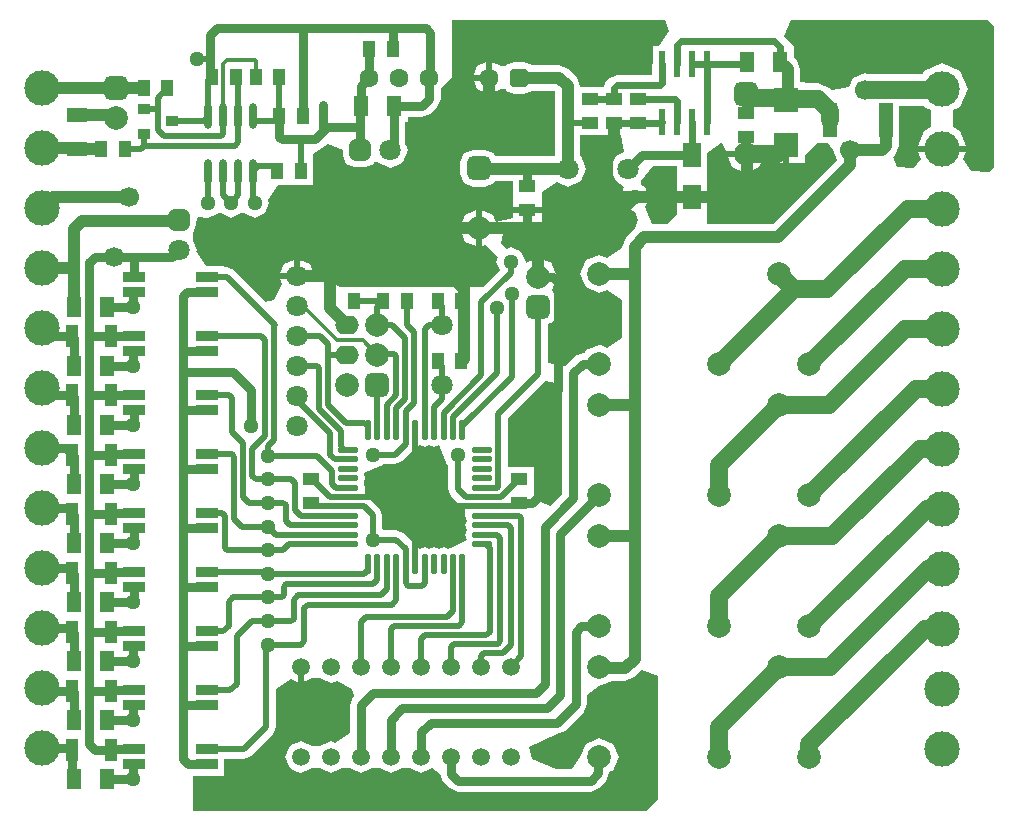
<source format=gbl>
%FSLAX24Y24*%
%MOIN*%
G70*
G01*
G75*
G04 Layer_Physical_Order=2*
G04 Layer_Color=65280*
%ADD10R,0.0413X0.0571*%
%ADD11O,0.0906X0.0236*%
%ADD12R,0.0571X0.0413*%
%ADD13R,0.0827X0.0846*%
%ADD14R,0.0433X0.0532*%
%ADD15C,0.0197*%
%ADD16C,0.0394*%
%ADD17C,0.0295*%
%ADD18C,0.0591*%
%ADD19C,0.0709*%
%ADD20C,0.1181*%
%ADD21C,0.0669*%
G04:AMPARAMS|DCode=22|XSize=78.7mil|YSize=78.7mil|CornerRadius=19.7mil|HoleSize=0mil|Usage=FLASHONLY|Rotation=270.000|XOffset=0mil|YOffset=0mil|HoleType=Round|Shape=RoundedRectangle|*
%AMROUNDEDRECTD22*
21,1,0.0787,0.0394,0,0,270.0*
21,1,0.0394,0.0787,0,0,270.0*
1,1,0.0394,-0.0197,-0.0197*
1,1,0.0394,-0.0197,0.0197*
1,1,0.0394,0.0197,0.0197*
1,1,0.0394,0.0197,-0.0197*
%
%ADD22ROUNDEDRECTD22*%
%ADD23C,0.0787*%
G04:AMPARAMS|DCode=24|XSize=70.9mil|YSize=70.9mil|CornerRadius=17.7mil|HoleSize=0mil|Usage=FLASHONLY|Rotation=0.000|XOffset=0mil|YOffset=0mil|HoleType=Round|Shape=RoundedRectangle|*
%AMROUNDEDRECTD24*
21,1,0.0709,0.0354,0,0,0.0*
21,1,0.0354,0.0709,0,0,0.0*
1,1,0.0354,0.0177,-0.0177*
1,1,0.0354,-0.0177,-0.0177*
1,1,0.0354,-0.0177,0.0177*
1,1,0.0354,0.0177,0.0177*
%
%ADD24ROUNDEDRECTD24*%
G04:AMPARAMS|DCode=25|XSize=70.9mil|YSize=70.9mil|CornerRadius=17.7mil|HoleSize=0mil|Usage=FLASHONLY|Rotation=270.000|XOffset=0mil|YOffset=0mil|HoleType=Round|Shape=RoundedRectangle|*
%AMROUNDEDRECTD25*
21,1,0.0709,0.0354,0,0,270.0*
21,1,0.0354,0.0709,0,0,270.0*
1,1,0.0354,-0.0177,-0.0177*
1,1,0.0354,-0.0177,0.0177*
1,1,0.0354,0.0177,0.0177*
1,1,0.0354,0.0177,-0.0177*
%
%ADD25ROUNDEDRECTD25*%
%ADD26C,0.0591*%
%ADD27O,0.0787X0.0630*%
%ADD28C,0.0630*%
G04:AMPARAMS|DCode=29|XSize=63mil|YSize=63mil|CornerRadius=15.7mil|HoleSize=0mil|Usage=FLASHONLY|Rotation=180.000|XOffset=0mil|YOffset=0mil|HoleType=Round|Shape=RoundedRectangle|*
%AMROUNDEDRECTD29*
21,1,0.0630,0.0315,0,0,180.0*
21,1,0.0315,0.0630,0,0,180.0*
1,1,0.0315,-0.0157,0.0157*
1,1,0.0315,0.0157,0.0157*
1,1,0.0315,0.0157,-0.0157*
1,1,0.0315,-0.0157,-0.0157*
%
%ADD29ROUNDEDRECTD29*%
%ADD30C,0.0512*%
%ADD31R,0.0512X0.1122*%
%ADD32R,0.0846X0.0827*%
%ADD33R,0.0492X0.0689*%
%ADD34R,0.0236X0.0866*%
%ADD35R,0.0610X0.0787*%
%ADD36R,0.0532X0.0433*%
%ADD37O,0.0217X0.0689*%
%ADD38O,0.0689X0.0217*%
%ADD39R,0.0768X0.0354*%
%ADD40R,0.0413X0.0768*%
%ADD41O,0.0236X0.0866*%
%ADD42R,0.0433X0.0354*%
%ADD43R,0.0689X0.0492*%
%ADD44C,0.0118*%
%ADD45C,0.0236*%
%ADD46C,0.0138*%
G36*
X43661Y36378D02*
Y31654D01*
X43497Y31490D01*
X42910Y31547D01*
X42642Y31948D01*
X42741Y32185D01*
X41118D01*
X41216Y31948D01*
X41001Y31627D01*
X40414Y31685D01*
X40282Y32002D01*
X40360Y32081D01*
X40485Y32382D01*
Y32470D01*
X40512D01*
Y33711D01*
X41314D01*
X41326Y33681D01*
X41573Y33579D01*
Y32988D01*
X41326Y32886D01*
X41118Y32382D01*
X42741D01*
X42532Y32886D01*
X42285Y32988D01*
Y33579D01*
X42532Y33681D01*
X42781Y34283D01*
X42532Y34886D01*
X41929Y35136D01*
X41326Y34886D01*
X41281Y34777D01*
X39473D01*
X39370Y34819D01*
X38963Y34651D01*
X38836Y34344D01*
X38257Y34229D01*
X38172Y34314D01*
X37795Y34470D01*
X37352D01*
Y34498D01*
X37208D01*
Y34921D01*
X37083Y35223D01*
X36988Y35317D01*
Y35699D01*
X36988D01*
X36658Y36029D01*
X36884Y36575D01*
X43465D01*
X43661Y36378D01*
D02*
G37*
G36*
X25000Y22327D02*
X25157Y22392D01*
X25297Y22087D01*
X25297Y22087D01*
X25297D01*
X25441Y21740D01*
X25468Y21729D01*
Y20945D01*
X25561Y20719D01*
X25837Y20443D01*
X26023Y20366D01*
X26028Y20354D01*
X26028Y20354D01*
X26028D01*
X26031Y20346D01*
X26028Y20039D01*
X26028Y20039D01*
X26028Y20039D01*
X26093Y19882D01*
X26028Y19724D01*
X26093Y19567D01*
X26028Y19409D01*
X26093Y19252D01*
X25630Y19011D01*
X25630Y19011D01*
Y19011D01*
X25472Y18946D01*
X25315Y19011D01*
X25157Y18946D01*
X25000Y19011D01*
X24843Y18946D01*
X24685Y19011D01*
X24528Y18946D01*
X24309Y19097D01*
Y19097D01*
Y19097D01*
X24309Y19097D01*
D01*
D01*
X24309Y19097D01*
D01*
X24309D01*
X24281Y19163D01*
X23966Y19478D01*
X23740Y19572D01*
X23310D01*
X23299Y19598D01*
X23272Y19610D01*
Y20079D01*
X23206Y20239D01*
X23179Y20305D01*
X22903Y20580D01*
X22709Y20661D01*
Y20661D01*
X22712Y20669D01*
X22709Y20677D01*
X22712Y20984D01*
X22712Y20984D01*
X22712Y20984D01*
X22647Y21142D01*
X22712Y21299D01*
X22647Y21457D01*
X22953Y21597D01*
X22953Y21597D01*
Y21597D01*
X23299Y21740D01*
X23310Y21767D01*
X23701D01*
X23927Y21861D01*
X23927Y21861D01*
X23927Y21861D01*
X24281Y22215D01*
X24281Y22215D01*
Y22215D01*
X24528Y22392D01*
Y22392D01*
X24528Y22392D01*
X24685Y22327D01*
X24843Y22392D01*
X25000Y22327D01*
D02*
G37*
G36*
X29273Y24430D02*
Y20784D01*
X28863Y20374D01*
X28317Y20600D01*
Y20856D01*
Y21663D01*
X27457D01*
Y23304D01*
X28691Y24538D01*
X28694Y24545D01*
X29273Y24430D01*
D02*
G37*
G36*
X20657Y14508D02*
X20936Y14623D01*
D01*
X21182D01*
D01*
X21559Y14467D01*
D01*
D01*
D01*
D01*
X21756Y14549D01*
X22277Y14271D01*
X22325Y14033D01*
X22295Y14004D01*
X22186Y13740D01*
X22186Y13740D01*
Y12804D01*
X21695Y12476D01*
X21559Y12533D01*
D01*
D01*
D01*
D01*
X21182Y12377D01*
D01*
X20936D01*
D01*
X20559Y12533D01*
X20440Y12483D01*
X20440D01*
Y12483D01*
X20302Y12426D01*
D01*
X20182Y12377D01*
X20026Y12000D01*
D01*
D01*
D01*
D01*
X20182Y11623D01*
X20302Y11574D01*
D01*
X20440Y11517D01*
Y11517D01*
X20440D01*
X20559Y11467D01*
X20936Y11623D01*
D01*
X21182D01*
D01*
X21559Y11467D01*
D01*
D01*
D01*
D01*
X21936Y11623D01*
D01*
X22182D01*
D01*
X22559Y11467D01*
D01*
D01*
D01*
D01*
X22936Y11623D01*
D01*
X23182D01*
D01*
X23559Y11467D01*
D01*
D01*
D01*
D01*
X23936Y11623D01*
D01*
X24182D01*
D01*
X24559Y11467D01*
D01*
D01*
D01*
D01*
X24936Y11623D01*
X25186Y11449D01*
X25186Y11449D01*
X25295Y11185D01*
X25524Y10957D01*
X25524Y10957D01*
X25787Y10848D01*
X30236D01*
X30236Y10848D01*
X30500Y10957D01*
X30736Y11193D01*
X30845Y11457D01*
X30845Y11457D01*
X30845Y11457D01*
Y11499D01*
Y11499D01*
X30845Y11499D01*
X30898Y11521D01*
Y11521D01*
D01*
D01*
X30898Y11521D01*
D01*
X30898Y11521D01*
Y11521D01*
D01*
D01*
X30964Y11548D01*
X31151Y12000D01*
D01*
D01*
D01*
D01*
X30964Y12452D01*
D01*
D01*
D01*
X30964D01*
X30512Y12639D01*
X30446Y12612D01*
D01*
X30446D01*
X30446D01*
Y12612D01*
D01*
X30060Y12452D01*
X30060D01*
X29873Y12000D01*
X29873Y12000D01*
X29873Y12000D01*
X29601Y11593D01*
X29073D01*
X28280Y11922D01*
X28154Y12336D01*
X29094Y12777D01*
X29094Y12777D01*
X29358Y12886D01*
X29988Y13516D01*
X29988Y13516D01*
X30020Y13593D01*
X30097Y13780D01*
X30097Y13780D01*
Y14084D01*
X30512Y14361D01*
X30512Y14361D01*
Y14361D01*
X30931Y14534D01*
X31378D01*
X31679Y14659D01*
X31935Y14915D01*
X32480Y14689D01*
Y10591D01*
X32087Y10197D01*
X16968D01*
Y11384D01*
X18012D01*
Y11884D01*
Y11938D01*
X18675D01*
X18901Y12032D01*
X19635Y12766D01*
X19663Y12832D01*
X19729Y12992D01*
Y14280D01*
X20220Y14608D01*
X20440Y14517D01*
Y14517D01*
X20440D01*
X20461Y14508D01*
Y15000D01*
X20657D01*
Y14508D01*
D02*
G37*
G36*
X32835Y36210D02*
X32507Y35719D01*
X32281D01*
Y35151D01*
X32256Y35089D01*
Y34750D01*
X31102D01*
X30861Y34651D01*
X30743Y34532D01*
X30676Y34370D01*
X30668Y34350D01*
X29875D01*
Y34370D01*
X29750Y34671D01*
X29475Y34947D01*
X29173Y35072D01*
X28264D01*
X28263Y35074D01*
X27992Y35187D01*
X27677D01*
X27406Y35074D01*
X27391Y35037D01*
X27226Y35037D01*
D01*
X26933Y35159D01*
Y34646D01*
Y34132D01*
X27226Y34254D01*
D01*
X27391Y34254D01*
X27406Y34217D01*
X27677Y34105D01*
X27992D01*
X28263Y34217D01*
X28264Y34220D01*
X28997D01*
X29023Y34194D01*
Y33150D01*
Y32040D01*
X27031D01*
X26994Y32128D01*
X26693Y32253D01*
X26299D01*
X25998Y32128D01*
X25873Y31827D01*
Y31433D01*
X25998Y31132D01*
X26299Y31007D01*
X26693D01*
X26994Y31132D01*
X27018Y31188D01*
X27628D01*
Y30620D01*
Y30335D01*
X28593D01*
Y30620D01*
Y30851D01*
X29084Y31179D01*
X29472Y31018D01*
X29894Y31192D01*
X30069Y31614D01*
X30069D01*
D01*
D01*
Y31614D01*
X30069D01*
D01*
D01*
D01*
Y31614D01*
D01*
X30029Y31710D01*
X29894Y32036D01*
X29876Y32043D01*
Y32043D01*
X29875Y32044D01*
X29875Y32044D01*
Y32736D01*
X30886D01*
Y33150D01*
X31083D01*
Y32736D01*
X31227D01*
X31343Y32157D01*
X31138Y32072D01*
Y32072D01*
X31051Y32036D01*
X30876Y31614D01*
X30912Y31527D01*
D01*
X31051Y31192D01*
X31051Y31192D01*
X31051Y31192D01*
Y31192D01*
X31346Y31016D01*
X31261Y30810D01*
Y30810D01*
X31261Y30810D01*
X31244Y30768D01*
X32142D01*
X32039Y31016D01*
X31899Y31074D01*
D01*
X31894Y31076D01*
X31894Y31192D01*
Y31192D01*
X32288Y31705D01*
X33081D01*
Y31686D01*
X33081Y31686D01*
X33081Y31686D01*
X33081Y31487D01*
Y31487D01*
Y31487D01*
Y31378D01*
Y31268D01*
X33081Y31070D01*
X33081Y31070D01*
X33081Y31070D01*
Y30776D01*
X34085D01*
Y31070D01*
X34085Y31070D01*
X34085Y31070D01*
X34085Y31268D01*
Y31378D01*
Y31487D01*
X34085Y31686D01*
X34085Y31686D01*
X34085Y31686D01*
Y32153D01*
X34576Y32481D01*
X34606Y32469D01*
X34714Y32209D01*
X35394D01*
Y32110D01*
X35492D01*
Y31512D01*
X35846Y31658D01*
X35905Y31801D01*
X36112D01*
X36112D01*
X36634Y31801D01*
Y32411D01*
X36831D01*
Y31801D01*
X37352D01*
Y32067D01*
X37756Y32470D01*
X37770Y32470D01*
X37770Y32470D01*
X37770Y32470D01*
X38144D01*
X38295Y32244D01*
X38295Y32244D01*
X38295D01*
X38437Y31902D01*
X36292Y29757D01*
X34085D01*
Y29757D01*
Y30087D01*
X34085Y30174D01*
X34085Y30174D01*
X34085Y30174D01*
Y30580D01*
X33081D01*
Y30174D01*
X33081Y30174D01*
X33081Y30174D01*
X33081Y30087D01*
X32750Y29757D01*
X32274D01*
X32039Y30323D01*
X32125Y30529D01*
D01*
X32142Y30571D01*
X31244D01*
X31346Y30323D01*
X31487Y30264D01*
X31487Y30264D01*
X31487D01*
Y30264D01*
X31487Y30264D01*
X31487Y30264D01*
X31487Y30264D01*
X31693Y30179D01*
X31693Y30179D01*
Y30179D01*
X31813Y29889D01*
X31707Y29632D01*
D01*
X31392Y29317D01*
X31267Y29016D01*
Y28968D01*
X30776Y28640D01*
X30512Y28749D01*
Y28749D01*
X30060Y28562D01*
X29873Y28110D01*
X30032Y27724D01*
D01*
X30060Y27658D01*
X30512Y27471D01*
X30578Y27498D01*
X30578D01*
X30776Y27580D01*
X31267Y27252D01*
Y25968D01*
X30776Y25640D01*
X30578Y25722D01*
X30578Y25722D01*
X30512Y25749D01*
D01*
X30512D01*
D01*
X30512Y25749D01*
X30060Y25562D01*
X30032Y25496D01*
X30032D01*
Y25496D01*
D01*
D01*
X30032D01*
X30032Y25496D01*
X30032D01*
X30027Y25483D01*
X29953Y25483D01*
X29953Y25483D01*
X29953Y25483D01*
X29766Y25406D01*
X29689Y25374D01*
X29689Y25374D01*
X29382Y25067D01*
X29363Y25022D01*
X28784Y25137D01*
Y26436D01*
X28963Y26510D01*
X29088Y26811D01*
Y27205D01*
X28963Y27506D01*
X28963Y27506D01*
X28917Y27556D01*
X28917Y27556D01*
Y27540D01*
Y27556D01*
D01*
X29063Y27909D01*
X28465D01*
Y28008D01*
X28366D01*
Y28606D01*
X28070Y28483D01*
X28049Y28504D01*
X28049D01*
X28049Y28504D01*
X27906Y28850D01*
X27906Y28850D01*
X27784Y28901D01*
D01*
X27758Y28911D01*
X27559Y28994D01*
X27462Y28954D01*
X27442Y28946D01*
X27245Y29144D01*
X27360Y29723D01*
X27628Y29833D01*
X27628Y29833D01*
X27628Y29833D01*
X28012D01*
Y30138D01*
X27628D01*
Y29954D01*
X27049Y29839D01*
X26948Y30082D01*
X26948D01*
X26594Y30228D01*
Y29630D01*
Y29031D01*
X26718Y29083D01*
X27136Y28665D01*
X27069Y28504D01*
X27184Y28226D01*
X26644Y27687D01*
X26309Y27687D01*
Y27687D01*
X26004D01*
Y27205D01*
X25807D01*
Y27687D01*
X24715D01*
Y27667D01*
X24508D01*
Y27667D01*
X22894D01*
Y27667D01*
X22746D01*
X22726Y27687D01*
Y27687D01*
X21861D01*
X21030Y28031D01*
X20993Y28119D01*
X20993Y28119D01*
X20993D01*
X20855Y28453D01*
X20531Y28587D01*
Y28031D01*
X20433D01*
Y27933D01*
X19877D01*
X19946Y27766D01*
X19668Y27245D01*
X19369Y27186D01*
X18322Y28232D01*
X18096Y28326D01*
X18012D01*
Y28380D01*
X17405D01*
X17077Y28871D01*
X17093Y28909D01*
X16968Y29209D01*
Y29468D01*
X17078Y29732D01*
X17078D01*
X17078Y29732D01*
X17112Y29975D01*
X17164Y30005D01*
X17480Y29982D01*
X17480Y29982D01*
X17480D01*
X17480Y29982D01*
D01*
X17480Y29982D01*
X17827Y30126D01*
D01*
X17882D01*
X17882Y30126D01*
Y30126D01*
X18228Y29982D01*
X18575Y30126D01*
X18575Y30126D01*
X18669D01*
Y30126D01*
X19016Y29982D01*
X19362Y30126D01*
Y30126D01*
X19362Y30126D01*
X19506Y30472D01*
X19462Y30578D01*
X19461Y30582D01*
X19789Y31073D01*
X20965D01*
Y31998D01*
X20965D01*
Y32102D01*
X21456Y32430D01*
X21950Y32225D01*
Y32067D01*
X22068Y31781D01*
X22354Y31662D01*
X22709D01*
X22995Y31781D01*
X23012Y31822D01*
X23110D01*
D01*
X23531Y31648D01*
X23619Y31684D01*
Y31684D01*
X23619Y31684D01*
X23619Y31684D01*
Y31684D01*
X23866Y31786D01*
Y31786D01*
X23866Y31786D01*
Y31786D01*
X23953Y31822D01*
X24128Y32244D01*
X24092Y32332D01*
X24092D01*
X24092D01*
Y32332D01*
D01*
D01*
Y32332D01*
X24092D01*
X24044Y32447D01*
Y33159D01*
X24114D01*
Y33328D01*
X24606D01*
X24606Y33328D01*
X24870Y33437D01*
X25106Y33673D01*
X25215Y33937D01*
X25215Y33937D01*
Y34249D01*
X25226Y34254D01*
X25246Y34301D01*
X25591Y34646D01*
Y36575D01*
X32683D01*
X32835Y36210D01*
D02*
G37*
%LPC*%
G36*
X28563Y28606D02*
Y28106D01*
X29063D01*
X28944Y28394D01*
X28944Y28394D01*
X28917Y28460D01*
X28563Y28606D01*
D02*
G37*
G36*
X20335Y28587D02*
X20011Y28453D01*
X19877Y28130D01*
X20335D01*
Y28587D01*
D02*
G37*
G36*
X26398Y29532D02*
X25898D01*
X26044Y29178D01*
D01*
D01*
D01*
D01*
X26398Y29031D01*
Y29532D01*
D02*
G37*
G36*
X26736Y34547D02*
X26321D01*
X26443Y34254D01*
X26726Y34137D01*
Y34137D01*
X26726Y34137D01*
X26736Y34132D01*
Y34547D01*
D02*
G37*
G36*
Y35159D02*
X26726Y35155D01*
X26726Y35155D01*
Y35155D01*
X26443Y35037D01*
X26321Y34744D01*
X26736D01*
Y35159D01*
D02*
G37*
G36*
X35295Y32012D02*
X34795D01*
X34942Y31658D01*
X35295Y31512D01*
Y32012D01*
D02*
G37*
G36*
X26398Y30228D02*
X26044Y30082D01*
X26044D01*
D01*
D01*
D01*
X25898Y29728D01*
X26398D01*
Y30228D01*
D02*
G37*
G36*
X28593Y30138D02*
X28209D01*
Y29833D01*
X28593D01*
Y30138D01*
D02*
G37*
%LPD*%
D10*
X25906Y25197D02*
D03*
X25118D02*
D03*
X25906Y27205D02*
D03*
X25118D02*
D03*
X21535D02*
D03*
X22323D02*
D03*
X23622Y35591D02*
D03*
X22835D02*
D03*
X19843Y33386D02*
D03*
X20630D02*
D03*
D12*
X35394Y32677D02*
D03*
Y33465D02*
D03*
X31811Y33150D02*
D03*
Y33937D02*
D03*
X28110Y30236D02*
D03*
Y31024D02*
D03*
X27835Y20472D02*
D03*
Y21260D02*
D03*
X20906D02*
D03*
Y20472D02*
D03*
D14*
X23307Y27205D02*
D03*
X24094D02*
D03*
X20551Y31535D02*
D03*
X19764D02*
D03*
X15315Y34291D02*
D03*
X16102D02*
D03*
X13898Y32283D02*
D03*
X14685D02*
D03*
X19055Y34685D02*
D03*
X19843D02*
D03*
X18386D02*
D03*
X17598D02*
D03*
D15*
X19843Y33386D02*
Y34685D01*
X17478Y34565D02*
X17598Y34685D01*
X17478Y33386D02*
Y34565D01*
X18386Y34685D02*
X18478Y34593D01*
Y33386D02*
Y34593D01*
X26575Y27165D02*
X27559Y28150D01*
X26575Y24724D02*
Y27165D01*
X25315Y23465D02*
X26575Y24724D01*
X27559Y28150D02*
Y28504D01*
Y27441D02*
X27598Y27402D01*
Y24685D02*
Y27402D01*
X25945Y23031D02*
X27598Y24685D01*
X29449Y33150D02*
X30197D01*
X23110Y26409D02*
Y27008D01*
X23307Y27205D01*
X22323D02*
X23307D01*
X25118Y25197D02*
X25276Y25039D01*
Y24417D02*
Y25039D01*
X25118Y27205D02*
X25276Y27047D01*
Y26417D02*
Y27047D01*
X18096Y28006D02*
X19685Y26417D01*
X19667Y26399D02*
X19685Y26417D01*
X19667Y22575D02*
Y26399D01*
X19449Y22357D02*
X19667Y22575D01*
X19449Y22047D02*
Y22357D01*
X17431Y26037D02*
X19238D01*
X19370Y25906D01*
Y22698D02*
Y25906D01*
X18940Y22269D02*
X19370Y22698D01*
X17431Y24069D02*
X18175D01*
X18268Y23976D01*
Y22835D02*
Y23976D01*
Y22835D02*
X18643Y22459D01*
Y20669D02*
Y22459D01*
X18940Y21378D02*
Y22269D01*
X19449Y22047D02*
X21081D01*
X19449Y15748D02*
X20551D01*
X20669Y15866D01*
Y16968D01*
X20787Y17087D01*
X23583D01*
X23740Y17244D01*
Y18445D01*
X19449Y16535D02*
X20236D01*
X20315Y16614D01*
Y17244D01*
X20472Y17402D01*
X23228D01*
X23425Y17598D01*
Y18445D01*
X19449Y17323D02*
X19921D01*
X20000Y17402D01*
Y17677D01*
X20079Y17756D01*
X22953D01*
X23110Y17913D01*
Y18445D01*
X22795Y18228D02*
Y18445D01*
X22677Y18110D02*
X22795Y18228D01*
X19449Y18110D02*
X22677D01*
X22953Y19252D02*
X23740D01*
X24055Y18937D01*
Y18445D02*
Y18937D01*
X22953Y19252D02*
Y20079D01*
X22677Y20354D02*
X22953Y20079D01*
X22146Y20354D02*
X22677D01*
X25787Y20945D02*
Y22087D01*
Y20945D02*
X26063Y20669D01*
X26594D01*
X22953Y22087D02*
X23701D01*
X24055Y22441D01*
Y22894D01*
X24370Y20354D02*
Y20669D01*
Y18445D02*
Y20354D01*
X24370Y20354D01*
X26594D01*
X24370Y20669D02*
Y22894D01*
X22146Y20669D02*
X24370D01*
X24685Y17795D02*
Y18445D01*
X24606Y17717D02*
X24685Y17795D01*
X24134Y17717D02*
X24606D01*
X24055Y17795D02*
X24134Y17717D01*
X24055Y17795D02*
Y18445D01*
X19449Y18898D02*
X19961D01*
X20157Y19094D01*
X22146D01*
X19449Y19685D02*
X19724Y19409D01*
X22146D01*
X19449Y20472D02*
X19979D01*
X20057Y20394D01*
Y19864D02*
Y20394D01*
Y19864D02*
X20197Y19724D01*
X22146D01*
X19449Y21260D02*
X20236D01*
X20354Y21142D01*
Y20236D02*
Y21142D01*
Y20236D02*
X20551Y20039D01*
X22146D01*
X20906Y20472D02*
X21024Y20354D01*
X22146D01*
X20906Y21260D02*
X20945D01*
X21535Y20669D01*
X22146D01*
X21081Y22047D02*
X21603Y21526D01*
Y21114D02*
Y21526D01*
Y21114D02*
X21732Y20984D01*
X22146D01*
X24685Y18445D02*
X24693Y18437D01*
X27244Y20669D02*
X27835Y21260D01*
X26594Y20669D02*
X27244D01*
X27717Y20354D02*
X27835Y20472D01*
X26594Y20354D02*
X27717D01*
X28465Y24764D02*
Y27008D01*
X27137Y21035D02*
Y23437D01*
X27087Y20984D02*
X27137Y21035D01*
X26594Y20984D02*
X27087D01*
X25945Y22894D02*
Y23031D01*
X25630Y23346D02*
X27087Y24803D01*
X25630Y22894D02*
Y23346D01*
X25315Y22894D02*
Y23465D01*
X26594Y20039D02*
X26594Y20039D01*
X27835D01*
X27913Y19961D01*
Y15354D02*
Y19961D01*
X27559Y15000D02*
X27913Y15354D01*
X26594Y19724D02*
X27480D01*
X27559Y19646D01*
Y15748D02*
Y19646D01*
X27292Y15481D02*
X27559Y15748D01*
X26654Y15481D02*
X27292D01*
X26559Y15387D02*
X26654Y15481D01*
X26559Y15000D02*
Y15387D01*
X26594Y19409D02*
X27087D01*
X27205Y19291D01*
Y15866D02*
Y19291D01*
X27117Y15778D02*
X27205Y15866D01*
X25669Y15778D02*
X27117D01*
X25559Y15668D02*
X25669Y15778D01*
X25559Y15000D02*
Y15668D01*
X26594Y19094D02*
X26732D01*
X26850Y18976D01*
Y16181D02*
Y18976D01*
X26744Y16075D02*
X26850Y16181D01*
X24685Y16075D02*
X26744D01*
X24559Y15949D02*
X24685Y16075D01*
X24559Y15000D02*
Y15949D01*
X25945Y16496D02*
Y18445D01*
X25820Y16372D02*
X25945Y16496D01*
X23661Y16372D02*
X25820D01*
X23559Y16269D02*
X23661Y16372D01*
X23559Y15000D02*
Y16269D01*
X22559Y15000D02*
Y16511D01*
X22717Y16669D01*
X25445D01*
X25630Y16854D01*
Y18445D01*
X21535Y22087D02*
Y22795D01*
Y22087D02*
X21693Y21929D01*
X22146D01*
X21457Y25403D02*
Y25766D01*
Y25039D02*
Y25403D01*
X21463Y25409D01*
X22110D01*
X25000Y22894D02*
Y23661D01*
X24685Y22894D02*
Y26260D01*
X24094Y26417D02*
X24334Y26178D01*
Y23809D02*
Y26178D01*
X24055Y23530D02*
X24334Y23809D01*
X24055Y22894D02*
Y23530D01*
X23110Y26409D02*
X23575D01*
X23583Y26417D01*
X24037Y25963D01*
Y23932D02*
Y25963D01*
X23740Y23635D02*
X24037Y23932D01*
X23740Y22894D02*
Y23635D01*
X23110Y25409D02*
X23134Y25433D01*
X23661D01*
X23740Y25354D01*
Y24055D02*
Y25354D01*
X23425Y23740D02*
X23740Y24055D01*
X23425Y22894D02*
Y23740D01*
X23110Y22894D02*
Y24409D01*
X21457Y23740D02*
X22047Y23150D01*
X22677D01*
X22795Y23031D01*
Y22894D02*
Y23031D01*
X21890Y22362D02*
Y22887D01*
Y22362D02*
X22008Y22244D01*
X22146D01*
X20433Y26031D02*
X21191D01*
X21457Y25766D01*
X20433Y23898D02*
Y24032D01*
Y23898D02*
X21535Y22795D01*
X20433Y25031D02*
X21089D01*
X21160Y24961D01*
Y23617D02*
Y24961D01*
Y23617D02*
X21890Y22887D01*
X21457Y23740D02*
Y25039D01*
X25276Y23937D02*
Y24417D01*
X25000Y23661D02*
X25276Y23937D01*
X24843Y26417D02*
X25276D01*
X24685Y26260D02*
X24843Y26417D01*
X24094D02*
Y27205D01*
X19409Y15709D02*
X19449Y15748D01*
X19409Y12992D02*
Y15709D01*
X18675Y12258D02*
X19409Y12992D01*
X17431Y12258D02*
X18675D01*
X18937Y16535D02*
X19449D01*
X18425Y16024D02*
X18937Y16535D01*
X18425Y14449D02*
Y16024D01*
X18203Y14226D02*
X18425Y14449D01*
X17431Y14226D02*
X18203D01*
X18307Y17323D02*
X19449D01*
X18150Y17165D02*
X18307Y17323D01*
X18150Y16378D02*
Y17165D01*
X17967Y16195D02*
X18150Y16378D01*
X17431Y16195D02*
X17967D01*
X19396Y18163D02*
X19449Y18110D01*
X17431Y18163D02*
X19396D01*
X18110Y18898D02*
X19449D01*
X18583Y19685D02*
X19449D01*
X18840Y20472D02*
X19449D01*
X18643Y20669D02*
X18840Y20472D01*
X17431Y28006D02*
X18096D01*
X18940Y21378D02*
X19058Y21260D01*
X19449D01*
X18346Y19921D02*
X18583Y19685D01*
X18346Y19921D02*
Y22008D01*
X18254Y22100D02*
X18346Y22008D01*
X17431Y22100D02*
X18254D01*
X18032Y18976D02*
X18110Y18898D01*
X18032Y18976D02*
Y20039D01*
X17939Y20132D02*
X18032Y20039D01*
X17431Y20132D02*
X17939D01*
X15325Y32372D02*
Y32776D01*
X15236Y32283D02*
X15325Y32372D01*
X14685Y32283D02*
X15236D01*
X15787Y33976D02*
X16102Y34291D01*
X15984Y32717D02*
X17913D01*
X17978Y32781D01*
Y33386D01*
X15787Y32913D02*
X15984Y32717D01*
X18478Y32494D02*
Y33386D01*
X18356Y32372D02*
X18478Y32494D01*
X15325Y32372D02*
X18356D01*
X16250Y33189D02*
X17323D01*
X17478Y33344D01*
Y33386D01*
X17087Y35276D02*
X17520D01*
X17559Y35236D01*
X15325Y33602D02*
X15768D01*
X15787Y33583D01*
Y32913D02*
Y33583D01*
Y33976D01*
X19843Y33386D02*
X19843Y33386D01*
X18978Y33305D02*
Y33386D01*
Y33305D02*
X19094Y33189D01*
X19646D01*
X19843Y33386D01*
X17478Y30474D02*
Y31496D01*
Y30474D02*
X17480Y30472D01*
X17978Y30722D02*
Y31496D01*
Y30722D02*
X18228Y30472D01*
X18478Y30722D02*
Y31496D01*
X18228Y30472D02*
X18478Y30722D01*
X18978Y30510D02*
X19016Y30472D01*
X18978Y30510D02*
Y31496D01*
Y31537D01*
X19134Y31693D01*
X19606D01*
X19764Y31535D01*
X20551D02*
Y32559D01*
X20591Y32598D01*
X27137Y23437D02*
X28465Y24764D01*
X27087Y24803D02*
Y26969D01*
D16*
X25551Y28031D02*
X25984Y27598D01*
Y25276D02*
Y27598D01*
X25906Y25197D02*
X25984Y25276D01*
X31693Y28110D02*
Y29016D01*
Y23740D02*
Y28110D01*
X30512D02*
X31693D01*
X12982Y28302D02*
Y29596D01*
Y27008D02*
Y28302D01*
X12971Y28291D02*
X12982Y28302D01*
X11929Y28291D02*
X12971D01*
X16311Y29882D02*
X16339Y29909D01*
X13268Y29882D02*
X16311D01*
X12982Y29596D02*
X13268Y29882D01*
X11929Y30291D02*
X12307Y30669D01*
X14831D01*
X25433Y29606D02*
Y32520D01*
Y28150D02*
Y29606D01*
X25457Y29630D01*
X26496D01*
X28110Y31614D02*
X29472D01*
X26512D02*
X28110D01*
X26496Y29630D02*
X28110D01*
X30654D02*
X31693Y30669D01*
X26496Y31630D02*
X26512Y31614D01*
X29449Y31638D02*
Y33150D01*
Y31638D02*
X29472Y31614D01*
X35394Y32110D02*
X35433Y32071D01*
Y30866D02*
Y32071D01*
X35245Y30678D02*
X35433Y30866D01*
X33583Y30678D02*
X35245D01*
X33574Y30669D02*
X33583Y30678D01*
X31693Y30669D02*
X33574D01*
X30945D02*
X31693D01*
X30748Y30866D02*
X30945Y30669D01*
X30748Y30866D02*
Y32008D01*
X30984Y32244D01*
Y33150D01*
X36781Y33937D02*
Y34921D01*
X36545Y35157D02*
X36781Y34921D01*
X38870Y32244D02*
X39921D01*
X40059Y32382D01*
Y33228D01*
X31693Y29016D02*
X32008Y29331D01*
X31693Y19409D02*
Y23740D01*
X30512D02*
X31693D01*
Y15276D02*
Y19409D01*
X31654Y19370D02*
X31693Y19409D01*
X30512Y19370D02*
X31654D01*
X30512Y15000D02*
X30551Y14961D01*
X31378D01*
X31693Y15276D01*
X21575Y28031D02*
X25551D01*
X20433D02*
X21575D01*
X21535Y27992D02*
X21575Y28031D01*
X21535Y27205D02*
Y27992D01*
Y26984D02*
Y27205D01*
Y26984D02*
X22110Y26409D01*
X11929Y32291D02*
X13093D01*
X13110Y32274D01*
X13888D01*
X13898Y32283D01*
X13110Y33396D02*
X14305D01*
X14409Y33291D01*
X11929Y34291D02*
X14409D01*
X15315D01*
X32008Y29331D02*
X36469D01*
X38870Y31732D01*
Y32244D01*
X25433Y32520D02*
X26835Y33921D01*
Y34646D01*
X29449Y33150D02*
Y34370D01*
X29173Y34646D02*
X29449Y34370D01*
X27835Y34646D02*
X29173D01*
X25433Y28150D02*
X25551Y28031D01*
X28465Y28008D02*
Y29630D01*
X28110D02*
X28465D01*
X30654D01*
D17*
X17520Y34764D02*
X17598Y34685D01*
X17520Y34764D02*
Y35276D01*
X28976Y27992D02*
X29134Y27835D01*
Y24252D02*
Y27835D01*
X28653Y23771D02*
X29134Y24252D01*
X14953Y28669D02*
X16256D01*
X14331D02*
X14953D01*
X16256D02*
X16496Y28909D01*
X13528Y28504D02*
X13693Y28669D01*
X13504Y28504D02*
X13528D01*
X14953Y28669D02*
X15010Y28612D01*
X13693Y28669D02*
X14331D01*
X13504Y26024D02*
Y28504D01*
X28110Y31024D02*
Y31614D01*
Y29630D02*
Y30236D01*
X31472Y31614D02*
X31936Y32078D01*
X33583D01*
X35394Y33465D02*
Y34110D01*
Y32110D02*
Y32677D01*
X29953Y25110D02*
X30512D01*
X29646Y24803D02*
X29953Y25110D01*
X29646Y20630D02*
Y24803D01*
X28701Y19685D02*
X29646Y20630D01*
X28701Y14449D02*
Y19685D01*
X28386Y14134D02*
X28701Y14449D01*
X29213Y19441D02*
X30512Y20740D01*
X29213Y14055D02*
Y19441D01*
X28780Y13622D02*
X29213Y14055D01*
X23937Y13622D02*
X28780D01*
X29913Y16370D02*
X30512D01*
X29724Y16181D02*
X29913Y16370D01*
X29724Y13780D02*
Y16181D01*
X29094Y13150D02*
X29724Y13780D01*
X28465Y28008D02*
X28480Y27992D01*
X28976D01*
X28268Y20472D02*
X28653Y20858D01*
X27835Y20472D02*
X28268D01*
X16614Y24843D02*
Y25512D01*
Y23543D02*
Y24843D01*
X18307D01*
X18898Y24252D01*
Y23031D02*
Y24252D01*
X22953Y14134D02*
X28386D01*
X22559Y13740D02*
X22953Y14134D01*
X22559Y12000D02*
Y13740D01*
X23559Y13244D02*
X23937Y13622D01*
X23559Y12000D02*
Y13244D01*
X24882Y13150D02*
X29094D01*
X24559Y12827D02*
X24882Y13150D01*
X24559Y12000D02*
Y12827D01*
X30472Y11961D02*
X30512Y12000D01*
X30472Y11457D02*
Y11961D01*
X30236Y11220D02*
X30472Y11457D01*
X25787Y11220D02*
X30236D01*
X25559Y11449D02*
X25787Y11220D01*
X25559Y11449D02*
Y12000D01*
X16614Y13740D02*
Y15748D01*
Y11929D02*
Y13740D01*
X16628Y13726D01*
X17431D01*
X16614Y15748D02*
Y17638D01*
Y15748D02*
X16667Y15695D01*
X17431D01*
X16614Y17638D02*
Y19606D01*
Y17638D02*
X16640Y17663D01*
X17431D01*
X16614Y19606D02*
Y21575D01*
Y19606D02*
X16640Y19632D01*
X17431D01*
X16614Y21575D02*
Y23543D01*
Y21575D02*
X16640Y21600D01*
X17431D01*
X16614Y23543D02*
X16640Y23569D01*
X17431D01*
X16614Y25512D02*
Y27362D01*
Y25512D02*
X16640Y25537D01*
X17431D01*
X16758Y27506D02*
X17431D01*
X16614Y27362D02*
X16758Y27506D01*
X16614Y11929D02*
X16785Y11758D01*
X17431D01*
X14961Y27457D02*
X15010Y27506D01*
X14961Y27008D02*
Y27457D01*
X14961Y27008D02*
X14961Y27008D01*
X14104Y27008D02*
X14961D01*
X11929Y28291D02*
X11953Y28268D01*
X15010Y28006D02*
Y28612D01*
X14961Y25488D02*
X15010Y25537D01*
X14961Y25039D02*
Y25488D01*
X13504Y14213D02*
Y16181D01*
Y12441D02*
Y14213D01*
X13504Y14213D01*
X14222D01*
X13504Y16181D02*
Y18110D01*
Y16181D02*
X13504Y16181D01*
X14222D01*
X13504Y18110D02*
Y20118D01*
Y18110D02*
X13543Y18150D01*
X14222D01*
X13504Y20118D02*
Y22087D01*
Y20118D02*
X13504Y20118D01*
X14222D01*
X13504Y22087D02*
Y24055D01*
Y22087D02*
X13504Y22087D01*
X14222D01*
X13504Y24055D02*
Y26024D01*
Y24055D02*
X13504Y24055D01*
X14222D01*
X13504Y26024D02*
X13504Y26024D01*
X14222D01*
X13504Y12441D02*
X13701Y12244D01*
X14222D01*
X14236Y12258D01*
X15010D01*
X14961Y17165D02*
X15010Y17215D01*
Y17663D01*
X14961Y19134D02*
X15010Y19183D01*
Y19632D01*
X14961Y21102D02*
X15010Y21152D01*
Y21600D01*
X14961Y23071D02*
X15010Y23120D01*
Y23569D01*
X14222Y26024D02*
X14236Y26037D01*
X15010D01*
X14222Y24055D02*
X14236Y24069D01*
X15010D01*
X14222Y22087D02*
X14236Y22100D01*
X15010D01*
X14222Y20118D02*
X14236Y20132D01*
X15010D01*
X14222Y18150D02*
X14236Y18163D01*
X15010D01*
X14222Y16181D02*
X14236Y16195D01*
X15010D01*
X14961Y17165D02*
X14961Y17165D01*
X14104Y17165D02*
X14961D01*
Y19134D02*
X14961Y19134D01*
X14104Y19134D02*
X14961D01*
Y21102D02*
X14961Y21102D01*
X14104Y21102D02*
X14961D01*
Y23071D02*
X14961Y23071D01*
X14104Y23071D02*
X14961D01*
Y25039D02*
X14961Y25039D01*
X14104Y25039D02*
X14961D01*
X14961Y15646D02*
X15010Y15695D01*
X14961Y15197D02*
Y15646D01*
X14961Y15197D02*
X14961Y15197D01*
X14104Y15197D02*
X14961D01*
X14961Y13677D02*
X15010Y13726D01*
X14961Y13228D02*
Y13677D01*
X14961Y13228D02*
X14961Y13228D01*
X14104Y13228D02*
X14961D01*
X14961Y11709D02*
X15010Y11758D01*
X14961Y11260D02*
Y11709D01*
X14104Y11260D02*
X14961D01*
X12982Y25039D02*
Y25984D01*
X12943Y26024D02*
X12982Y25984D01*
X12197Y26024D02*
X12943D01*
X11929Y26291D02*
X12197Y26024D01*
X12982Y23071D02*
Y24016D01*
X12943Y24055D02*
X12982Y24016D01*
X12165Y24055D02*
X12943D01*
X11929Y24291D02*
X12165Y24055D01*
X12982Y21102D02*
Y22047D01*
X12943Y22087D02*
X12982Y22047D01*
X12738Y22291D02*
X12943Y22087D01*
X11929Y22291D02*
X12738D01*
X12982Y19134D02*
Y20079D01*
X12943Y20118D02*
X12982Y20079D01*
X12770Y20291D02*
X12943Y20118D01*
X11929Y20291D02*
X12770D01*
X12982Y17165D02*
Y18110D01*
X12943Y18150D02*
X12982Y18110D01*
X12801Y18291D02*
X12943Y18150D01*
X11929Y18291D02*
X12801D01*
X12982Y15197D02*
Y16142D01*
X12943Y16181D02*
X12982Y16142D01*
X12833Y16291D02*
X12943Y16181D01*
X11929Y16291D02*
X12833D01*
X12982Y13228D02*
Y14173D01*
X12943Y14213D02*
X12982Y14173D01*
X12008Y14213D02*
X12943D01*
X11929Y14291D02*
X12008Y14213D01*
X12943Y11299D02*
X12982Y11260D01*
X12943Y11299D02*
Y12244D01*
X12896Y12291D02*
X12943Y12244D01*
X11929Y12291D02*
X12896D01*
X17520Y35276D02*
Y36063D01*
X17756Y36299D01*
X24724D02*
X24874Y36150D01*
Y34795D02*
Y36150D01*
X20630Y33386D02*
Y36299D01*
X17756D02*
X20630D01*
X19843Y32677D02*
X19921Y32598D01*
X19843Y32677D02*
Y33386D01*
X19843Y33386D02*
X19843Y33386D01*
X19921Y32598D02*
X20591D01*
X21024D01*
X21299Y32874D02*
Y33740D01*
X21417Y32992D02*
X22531D01*
X21024Y32598D02*
X21299Y32874D01*
X21417Y32992D01*
X28653Y20858D02*
Y23771D01*
X22531Y33683D02*
X22549Y33701D01*
Y34360D01*
X22835Y34646D01*
X22531Y32244D02*
Y32992D01*
Y33683D01*
X23671Y32384D02*
Y33701D01*
X23531Y32244D02*
X23671Y32384D01*
Y33701D02*
X24606D01*
X24843Y33937D01*
Y34638D01*
X24835Y34646D02*
X24843Y34638D01*
X24724Y34646D02*
X24874Y34795D01*
X23622Y35591D02*
Y36299D01*
X20630D02*
X23622D01*
X24724D01*
X22835Y34646D02*
Y35591D01*
Y34646D02*
X22835Y34646D01*
X14236Y14226D02*
X15010D01*
X14222Y14213D02*
X14236Y14226D01*
D18*
X40795Y30283D02*
X41929D01*
X38110Y27598D02*
X40795Y30283D01*
X37000Y27598D02*
X38110D01*
X36644Y33976D02*
X36732Y33888D01*
X35394Y34110D02*
X35528Y33976D01*
X36644D01*
X36732Y33888D02*
X36781Y33937D01*
X37795D01*
X38209Y33524D01*
Y33228D02*
Y33524D01*
X36431Y32110D02*
X36732Y32411D01*
X35394Y32110D02*
X36431D01*
X41890Y34244D02*
X41929Y34283D01*
X39370Y34244D02*
X41890D01*
X36512Y28087D02*
Y28110D01*
Y28087D02*
X37000Y27598D01*
X34512Y25110D02*
X37000Y27598D01*
X37512Y25110D02*
X40685Y28283D01*
X41929D01*
X34512Y20740D02*
Y21740D01*
X36512Y23740D01*
X38150D01*
X40693Y26283D01*
X41929D01*
X37512Y20740D02*
X41055Y24283D01*
X41929D01*
X34512Y16370D02*
Y17370D01*
X36512Y19370D01*
X38268D01*
X41181Y22283D01*
X41929D01*
X37512Y16370D02*
X41425Y20283D01*
X41929D01*
X34512Y12000D02*
Y13000D01*
X36512Y15000D01*
X38189D01*
X41472Y18283D01*
X41929D01*
X37512Y12000D02*
Y12433D01*
X41362Y16283D01*
X41929D01*
D19*
X20433Y28031D02*
D03*
Y27032D02*
D03*
Y26031D02*
D03*
Y25031D02*
D03*
Y24032D02*
D03*
Y23031D02*
D03*
X23531Y32244D02*
D03*
X29472Y31614D02*
D03*
X31472D02*
D03*
X16496Y28909D02*
D03*
X25276Y24417D02*
D03*
Y26417D02*
D03*
D20*
X41929Y34283D02*
D03*
Y32283D02*
D03*
Y30283D02*
D03*
Y28283D02*
D03*
Y26283D02*
D03*
Y24283D02*
D03*
Y22283D02*
D03*
Y20283D02*
D03*
Y18283D02*
D03*
Y16283D02*
D03*
Y14283D02*
D03*
Y12283D02*
D03*
X11929Y12291D02*
D03*
Y14291D02*
D03*
Y16291D02*
D03*
Y18291D02*
D03*
Y20291D02*
D03*
Y22291D02*
D03*
Y24291D02*
D03*
Y26291D02*
D03*
Y28291D02*
D03*
Y30291D02*
D03*
Y32291D02*
D03*
Y34291D02*
D03*
D21*
X38870Y32244D02*
D03*
X39370Y34244D02*
D03*
X14831Y30669D02*
D03*
X14331Y28669D02*
D03*
D22*
X35394Y34110D02*
D03*
X26496Y31630D02*
D03*
X14409Y34291D02*
D03*
X28465Y27008D02*
D03*
X23110Y24409D02*
D03*
D23*
X35394Y32110D02*
D03*
X26496Y29630D02*
D03*
X14409Y33291D02*
D03*
X28465Y28008D02*
D03*
X22110Y24409D02*
D03*
X23110Y25409D02*
D03*
Y26409D02*
D03*
X30512Y12000D02*
D03*
X34512D02*
D03*
X37512D02*
D03*
X36512Y15000D02*
D03*
X30512D02*
D03*
Y16370D02*
D03*
X34512D02*
D03*
X37512D02*
D03*
X36512Y19370D02*
D03*
X30512D02*
D03*
Y20740D02*
D03*
X34512D02*
D03*
X37512D02*
D03*
X36512Y23740D02*
D03*
X30512D02*
D03*
Y25110D02*
D03*
X34512D02*
D03*
X37512D02*
D03*
X36512Y28110D02*
D03*
X30512D02*
D03*
D24*
X22531Y32244D02*
D03*
D25*
X16496Y29909D02*
D03*
D26*
X27559Y15000D02*
D03*
X26559D02*
D03*
X25559D02*
D03*
X24559D02*
D03*
X23559D02*
D03*
X22559D02*
D03*
X21559D02*
D03*
X20559D02*
D03*
Y12000D02*
D03*
X21559D02*
D03*
X22559D02*
D03*
X23559D02*
D03*
X24559D02*
D03*
X25559D02*
D03*
X26559D02*
D03*
X27559D02*
D03*
D27*
X22110Y25409D02*
D03*
Y26409D02*
D03*
D28*
X22835Y34646D02*
D03*
X23835D02*
D03*
X24835D02*
D03*
X26835D02*
D03*
D29*
X27835D02*
D03*
D30*
X27559Y28504D02*
D03*
X27598Y27441D02*
D03*
X27087Y26969D02*
D03*
X31693Y30669D02*
D03*
X18898Y23031D02*
D03*
X22953Y22087D02*
D03*
X19449Y22047D02*
D03*
Y21260D02*
D03*
Y20472D02*
D03*
Y19685D02*
D03*
Y18898D02*
D03*
Y18110D02*
D03*
Y17323D02*
D03*
Y16535D02*
D03*
Y15748D02*
D03*
X14961Y27008D02*
D03*
Y11260D02*
D03*
Y13228D02*
D03*
Y15197D02*
D03*
Y23071D02*
D03*
Y21102D02*
D03*
Y19134D02*
D03*
Y17165D02*
D03*
Y25039D02*
D03*
X25787Y22087D02*
D03*
X22953Y19252D02*
D03*
X17480Y30472D02*
D03*
X18228D02*
D03*
X19016D02*
D03*
X17087Y35276D02*
D03*
D31*
X40059Y33228D02*
D03*
X38209D02*
D03*
D32*
X36732Y32411D02*
D03*
Y33888D02*
D03*
D33*
X35423Y35157D02*
D03*
X36545D02*
D03*
X12982Y11260D02*
D03*
X14104D02*
D03*
X12982Y13228D02*
D03*
X14104D02*
D03*
X12982Y15197D02*
D03*
X14104D02*
D03*
X12982Y17165D02*
D03*
X14104D02*
D03*
X12982Y19134D02*
D03*
X14104D02*
D03*
X12982Y21102D02*
D03*
X14104D02*
D03*
X12982Y23071D02*
D03*
X14104D02*
D03*
X12982Y25039D02*
D03*
X14104D02*
D03*
X12982Y27008D02*
D03*
X14104D02*
D03*
X22549Y33701D02*
D03*
X23671D02*
D03*
D34*
X32596Y35089D02*
D03*
X33096D02*
D03*
X33596D02*
D03*
X34096D02*
D03*
X32596Y33179D02*
D03*
X33096D02*
D03*
X33596D02*
D03*
X34096D02*
D03*
D35*
X33583Y32078D02*
D03*
Y30678D02*
D03*
D36*
X30984Y33150D02*
D03*
Y33937D02*
D03*
X30197D02*
D03*
Y33150D02*
D03*
D37*
X22795Y22894D02*
D03*
X23110D02*
D03*
X23425D02*
D03*
X23740D02*
D03*
X24055D02*
D03*
X24370D02*
D03*
X24685D02*
D03*
X25000D02*
D03*
X25315D02*
D03*
X25630D02*
D03*
X25945D02*
D03*
Y18445D02*
D03*
X25630D02*
D03*
X25315D02*
D03*
X25000D02*
D03*
X24685D02*
D03*
X24370D02*
D03*
X24055D02*
D03*
X23740D02*
D03*
X23425D02*
D03*
X23110D02*
D03*
X22795D02*
D03*
D38*
X26594Y22244D02*
D03*
Y21929D02*
D03*
Y21614D02*
D03*
Y21299D02*
D03*
Y20984D02*
D03*
Y20669D02*
D03*
Y20354D02*
D03*
Y20039D02*
D03*
Y19724D02*
D03*
Y19409D02*
D03*
Y19094D02*
D03*
X22146D02*
D03*
Y19409D02*
D03*
Y19724D02*
D03*
Y20039D02*
D03*
Y20354D02*
D03*
Y20669D02*
D03*
Y20984D02*
D03*
Y21299D02*
D03*
Y21614D02*
D03*
Y21929D02*
D03*
Y22244D02*
D03*
D39*
X17431Y28006D02*
D03*
Y27506D02*
D03*
X15010Y28006D02*
D03*
Y27506D02*
D03*
X17431Y26037D02*
D03*
Y25537D02*
D03*
X15010Y26037D02*
D03*
Y25537D02*
D03*
X17431Y24069D02*
D03*
Y23569D02*
D03*
X15010Y24069D02*
D03*
Y23569D02*
D03*
X17431Y22100D02*
D03*
Y21600D02*
D03*
X15010Y22100D02*
D03*
Y21600D02*
D03*
X17431Y20132D02*
D03*
Y19632D02*
D03*
X15010Y20132D02*
D03*
Y19632D02*
D03*
X17431Y18163D02*
D03*
Y17663D02*
D03*
X15010Y18163D02*
D03*
Y17663D02*
D03*
X17431Y16195D02*
D03*
Y15695D02*
D03*
X15010Y16195D02*
D03*
Y15695D02*
D03*
X17431Y14226D02*
D03*
Y13726D02*
D03*
X15010Y14226D02*
D03*
Y13726D02*
D03*
X17431Y12258D02*
D03*
Y11758D02*
D03*
X15010Y12258D02*
D03*
Y11758D02*
D03*
D40*
X14222Y12244D02*
D03*
X12943D02*
D03*
X14222Y14213D02*
D03*
X12943D02*
D03*
X14222Y16181D02*
D03*
X12943D02*
D03*
X14222Y18150D02*
D03*
X12943D02*
D03*
X14222Y20118D02*
D03*
X12943D02*
D03*
X14222Y22087D02*
D03*
X12943D02*
D03*
X14222Y24055D02*
D03*
X12943D02*
D03*
X14222Y26024D02*
D03*
X12943D02*
D03*
D41*
X17478Y33386D02*
D03*
X17978D02*
D03*
X18478D02*
D03*
X18978D02*
D03*
X17478Y31496D02*
D03*
X17978D02*
D03*
X18478D02*
D03*
X18978D02*
D03*
D42*
X15325Y32776D02*
D03*
Y33602D02*
D03*
X16250Y33189D02*
D03*
D43*
X13110Y32274D02*
D03*
Y33396D02*
D03*
D44*
X19055Y34764D02*
Y35197D01*
Y34685D02*
Y34764D01*
X19016Y35236D02*
X19055Y35197D01*
X18110Y35236D02*
X19016D01*
X17978Y35104D02*
X18110Y35236D01*
X17978Y33386D02*
Y35104D01*
X19016Y34803D02*
X19055Y34764D01*
D45*
X33583Y32078D02*
X33596Y32092D01*
Y33179D01*
X30984Y33937D02*
Y34291D01*
X31102Y34409D01*
X32520D01*
X32596Y34486D01*
Y35089D01*
X30197Y33937D02*
X30984D01*
Y33150D02*
X31811D01*
X32567D01*
X32596Y33179D01*
X31811Y33937D02*
X33031D01*
X33096Y33872D01*
Y33179D02*
Y33872D01*
X36545Y35157D02*
Y35659D01*
X36339Y35866D02*
X36545Y35659D01*
X33228Y35866D02*
X36339D01*
X35354Y35089D02*
X35423Y35157D01*
X34096Y35089D02*
X35354D01*
X38150Y33287D02*
X38209Y33228D01*
X33096Y35734D02*
X33228Y35866D01*
X33096Y35089D02*
Y35734D01*
X34096Y33179D02*
Y35089D01*
X33596D02*
X34096D01*
D46*
X20433Y27032D02*
X20646D01*
X21772Y25906D01*
X22614D01*
X23110Y25409D01*
M02*

</source>
